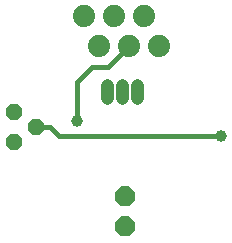
<source format=gbl>
G75*
G70*
%OFA0B0*%
%FSLAX24Y24*%
%IPPOS*%
%LPD*%
%AMOC8*
5,1,8,0,0,1.08239X$1,22.5*
%
%ADD10C,0.0436*%
%ADD11OC8,0.0520*%
%ADD12C,0.0740*%
%ADD13OC8,0.0660*%
%ADD14C,0.0160*%
%ADD15C,0.0396*%
D10*
X007600Y005382D02*
X007600Y005818D01*
X008100Y005818D02*
X008100Y005382D01*
X008600Y005382D02*
X008600Y005818D01*
D11*
X004500Y003900D03*
X005250Y004400D03*
X004500Y004900D03*
D12*
X007350Y007100D03*
X008350Y007100D03*
X009350Y007100D03*
X008850Y008100D03*
X007850Y008100D03*
X006850Y008100D03*
D13*
X008200Y002100D03*
X008200Y001100D03*
D14*
X006000Y004100D02*
X011400Y004100D01*
X008350Y007100D02*
X007650Y006400D01*
X007100Y006400D01*
X006600Y005900D01*
X006600Y004600D01*
X006000Y004100D02*
X005700Y004400D01*
X005250Y004400D01*
D15*
X006600Y004600D03*
X011400Y004100D03*
M02*

</source>
